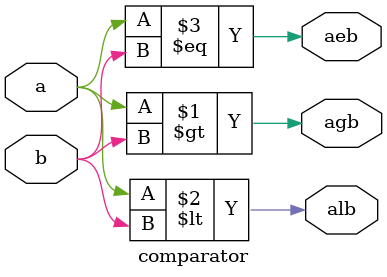
<source format=v>
module comparator(a,b,agb,alb,aeb);
input a,b;
output agb,alb,aeb;
assign agb= a>b;
assign alb=a<b;
assign aeb=a==b;
endmodule

</source>
